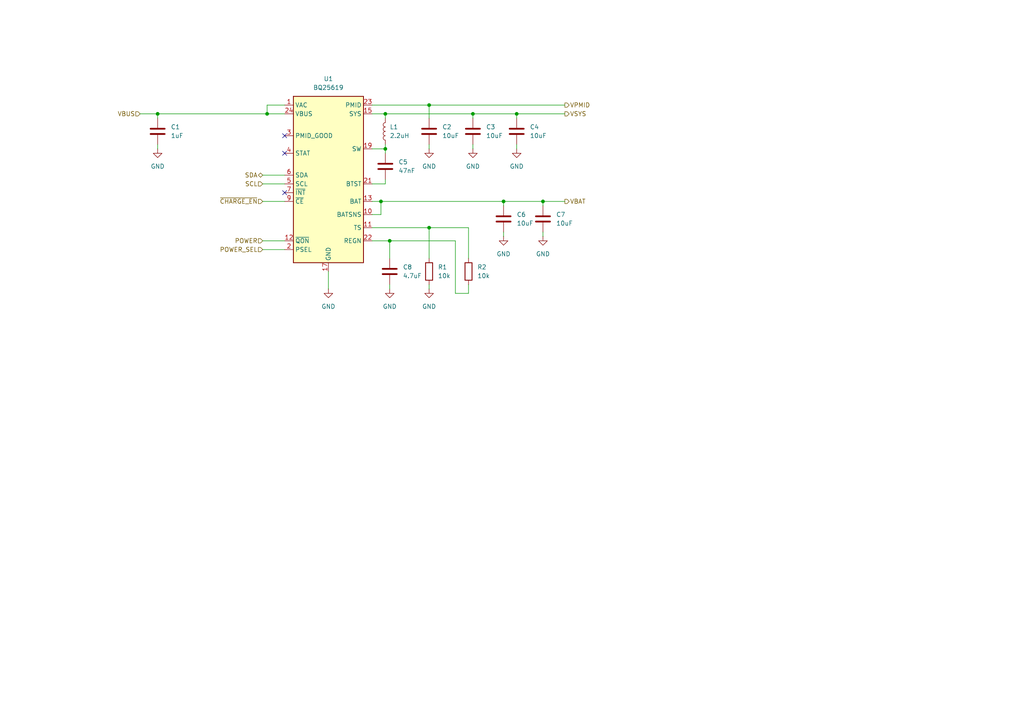
<source format=kicad_sch>
(kicad_sch (version 20231120) (generator "eeschema") (generator_version "8.0")
  (paper "A4")
  (lib_symbols
    (symbol "Device:C" (pin_numbers hide) (pin_names (offset 0.254))
      (property "Reference" "C" (at 0.635 2.54 0))
      (property "Value" "C" (at 0.635 -2.54 0))
      (symbol "C_0_1"
        (polyline (pts (xy -2.032 -0.762) (xy 2.032 -0.762)) (stroke (width 0.508)))
        (polyline (pts (xy -2.032 0.762) (xy 2.032 0.762)) (stroke (width 0.508)))
      )
      (symbol "C_1_1"
        (pin passive line (at 0 3.81 270) (length 2.794) (name "~") (number "1"))
        (pin passive line (at 0 -3.81 90) (length 2.794) (name "~") (number "2"))
      )
    )
    (symbol "Device:L" (pin_numbers hide) (pin_names (offset 1.016) hide)
      (property "Reference" "L" (at -1.27 0 90))
      (property "Value" "L" (at 1.905 0 90))
      (symbol "L_0_1"
        (arc (start 0 -2.54) (mid 0.6323 -1.905) (end 0 -1.27))
        (arc (start 0 -1.27) (mid 0.6323 -0.635) (end 0 0))
        (arc (start 0 0) (mid 0.6323 0.635) (end 0 1.27))
        (arc (start 0 1.27) (mid 0.6323 1.905) (end 0 2.54))
      )
      (symbol "L_1_1"
        (pin passive line (at 0 3.81 270) (length 1.27) (name "1") (number "1"))
        (pin passive line (at 0 -3.81 90) (length 1.27) (name "2") (number "2"))
      )
    )
    (symbol "Device:R" (pin_numbers hide) (pin_names (offset 0))
      (property "Reference" "R" (at 2.032 0 90))
      (property "Value" "R" (at 0 0 90))
      (symbol "R_0_1"
        (rectangle (start -1.016 -2.54) (end 1.016 2.54) (stroke (width 0.254)))
      )
      (symbol "R_1_1"
        (pin passive line (at 0 3.81 270) (length 1.27) (name "~") (number "1"))
        (pin passive line (at 0 -3.81 90) (length 1.27) (name "~") (number "2"))
      )
    )
    (symbol "charge-ic:BQ25619"
      (property "Reference" "U" (at -8.89 26.67 0))
      (property "Value" "BQ25619" (at 6.35 26.67 0))
      (symbol "BQ25619_0_1"
        (rectangle (start -10.16 25.4) (end 10.16 -22.86) (stroke (width 0.254)) (fill (type background)))
      )
      (symbol "BQ25619_1_1"
        (pin input line (at -12.7 22.86 0) (length 2.54) (name "VAC") (number "1"))
        (pin bidirectional line (at 12.7 -8.89 180) (length 2.54) (name "BATSNS") (number "10"))
        (pin passive line (at 12.7 -12.7 180) (length 2.54) (name "TS") (number "11"))
        (pin input line (at -12.7 -16.51 0) (length 2.54) (name "~{QON}") (number "12"))
        (pin power_in line (at 12.7 -5.08 180) (length 2.54) (name "BAT") (number "13"))
        (pin power_in line (at 12.7 -5.08 180) (length 2.54) hide (name "BAT") (number "14"))
        (pin passive line (at 12.7 20.32 180) (length 2.54) (name "SYS") (number "15"))
        (pin passive line (at 12.7 20.32 180) (length 2.54) hide (name "SYS") (number "16"))
        (pin power_in line (at 0 -25.4 90) (length 2.54) (name "GND") (number "17"))
        (pin passive line (at 0 -25.4 90) (length 2.54) hide (name "GND") (number "18"))
        (pin passive line (at 12.7 10.16 180) (length 2.54) (name "SW") (number "19"))
        (pin input line (at -12.7 -19.05 0) (length 2.54) (name "PSEL") (number "2"))
        (pin passive line (at 12.7 10.16 180) (length 2.54) hide (name "SW") (number "20"))
        (pin input line (at 12.7 0 180) (length 2.54) (name "BTST") (number "21"))
        (pin passive line (at 12.7 -16.51 180) (length 2.54) (name "REGN") (number "22"))
        (pin passive line (at 12.7 22.86 180) (length 2.54) (name "PMID") (number "23"))
        (pin power_in line (at -12.7 20.32 0) (length 2.54) (name "VBUS") (number "24"))
        (pin passive line (at 0 -25.4 90) (length 2.54) hide (name "GND") (number "25"))
        (pin open_collector line (at -12.7 13.97 0) (length 2.54) (name "PMID_GOOD") (number "3"))
        (pin open_collector line (at -12.7 8.89 0) (length 2.54) (name "STAT") (number "4"))
        (pin input line (at -12.7 0 0) (length 2.54) (name "SCL") (number "5"))
        (pin bidirectional line (at -12.7 2.54 0) (length 2.54) (name "SDA") (number "6"))
        (pin open_collector line (at -12.7 -2.54 0) (length 2.54) (name "~{INT}") (number "7"))
        (pin input line (at -12.7 -5.08 0) (length 2.54) (name "~{CE}") (number "9"))
      )
    )
    (symbol "power:GND" (power) (pin_numbers hide) (pin_names (offset 0) hide)
      (property "Value" "GND" (at 0 -3.81 0))
      (symbol "GND_0_1"
        (polyline (pts (xy 0 0) (xy 0 -1.27) (xy 1.27 -1.27) (xy 0 -2.54) (xy -1.27 -1.27) (xy 0 -1.27)))
      )
      (symbol "GND_1_1"
        (pin power_in line (at 0 0 270) (length 0) (name "~") (number "1"))
      )
    )
  )
  (junction (at 149.86 33.02))
  (junction (at 113.03 69.85))
  (junction (at 111.76 43.18))
  (junction (at 146.05 58.42))
  (junction (at 45.72 33.02))
  (junction (at 111.76 33.02))
  (junction (at 124.46 66.04))
  (junction (at 77.47 33.02))
  (junction (at 110.49 58.42))
  (junction (at 157.48 58.42))
  (junction (at 137.16 33.02))
  (junction (at 124.46 30.48))
  (no_connect (at 82.55 55.88))
  (no_connect (at 82.55 44.45))
  (no_connect (at 82.55 39.37))
  (wire (pts (xy 111.76 52.07) (xy 111.76 53.34)))
  (wire (pts (xy 132.08 69.85) (xy 132.08 85.09)))
  (wire (pts (xy 113.03 69.85) (xy 132.08 69.85)))
  (wire (pts (xy 95.25 78.74) (xy 95.25 83.82)))
  (wire (pts (xy 77.47 33.02) (xy 82.55 33.02)))
  (wire (pts (xy 157.48 58.42) (xy 163.83 58.42)))
  (wire (pts (xy 124.46 30.48) (xy 124.46 34.29)))
  (wire (pts (xy 149.86 41.91) (xy 149.86 43.18)))
  (wire (pts (xy 82.55 30.48) (xy 77.47 30.48)))
  (wire (pts (xy 124.46 82.55) (xy 124.46 83.82)))
  (wire (pts (xy 110.49 62.23) (xy 110.49 58.42)))
  (wire (pts (xy 111.76 33.02) (xy 137.16 33.02)))
  (wire (pts (xy 157.48 58.42) (xy 157.48 59.69)))
  (wire (pts (xy 146.05 58.42) (xy 146.05 59.69)))
  (wire (pts (xy 124.46 66.04) (xy 124.46 74.93)))
  (wire (pts (xy 113.03 69.85) (xy 113.03 74.93)))
  (wire (pts (xy 76.2 69.85) (xy 82.55 69.85)))
  (wire (pts (xy 77.47 30.48) (xy 77.47 33.02)))
  (wire (pts (xy 107.95 69.85) (xy 113.03 69.85)))
  (wire (pts (xy 135.89 66.04) (xy 135.89 74.93)))
  (wire (pts (xy 124.46 41.91) (xy 124.46 43.18)))
  (wire (pts (xy 111.76 41.91) (xy 111.76 43.18)))
  (wire (pts (xy 76.2 53.34) (xy 82.55 53.34)))
  (wire (pts (xy 107.95 62.23) (xy 110.49 62.23)))
  (wire (pts (xy 45.72 33.02) (xy 45.72 34.29)))
  (wire (pts (xy 113.03 82.55) (xy 113.03 83.82)))
  (wire (pts (xy 76.2 50.8) (xy 82.55 50.8)))
  (wire (pts (xy 111.76 43.18) (xy 111.76 44.45)))
  (wire (pts (xy 107.95 30.48) (xy 124.46 30.48)))
  (wire (pts (xy 149.86 33.02) (xy 149.86 34.29)))
  (wire (pts (xy 137.16 33.02) (xy 149.86 33.02)))
  (wire (pts (xy 135.89 82.55) (xy 135.89 85.09)))
  (wire (pts (xy 110.49 58.42) (xy 146.05 58.42)))
  (wire (pts (xy 137.16 33.02) (xy 137.16 34.29)))
  (wire (pts (xy 124.46 66.04) (xy 135.89 66.04)))
  (wire (pts (xy 146.05 67.31) (xy 146.05 68.58)))
  (wire (pts (xy 76.2 72.39) (xy 82.55 72.39)))
  (wire (pts (xy 45.72 41.91) (xy 45.72 43.18)))
  (wire (pts (xy 124.46 30.48) (xy 163.83 30.48)))
  (wire (pts (xy 107.95 58.42) (xy 110.49 58.42)))
  (wire (pts (xy 107.95 53.34) (xy 111.76 53.34)))
  (wire (pts (xy 135.89 85.09) (xy 132.08 85.09)))
  (wire (pts (xy 76.2 58.42) (xy 82.55 58.42)))
  (wire (pts (xy 107.95 33.02) (xy 111.76 33.02)))
  (wire (pts (xy 107.95 66.04) (xy 124.46 66.04)))
  (wire (pts (xy 157.48 67.31) (xy 157.48 68.58)))
  (wire (pts (xy 111.76 33.02) (xy 111.76 34.29)))
  (wire (pts (xy 146.05 58.42) (xy 157.48 58.42)))
  (wire (pts (xy 149.86 33.02) (xy 163.83 33.02)))
  (wire (pts (xy 137.16 41.91) (xy 137.16 43.18)))
  (wire (pts (xy 40.64 33.02) (xy 45.72 33.02)))
  (wire (pts (xy 45.72 33.02) (xy 77.47 33.02)))
  (wire (pts (xy 107.95 43.18) (xy 111.76 43.18)))
  (hierarchical_label "VBUS" (shape input) (at 40.64 33.02 180))
  (hierarchical_label "SCL" (shape input) (at 76.2 53.34 180))
  (hierarchical_label "VSYS" (shape output) (at 163.83 33.02 0))
  (hierarchical_label "POWER_SEL" (shape input) (at 76.2 72.39 180))
  (hierarchical_label "VBAT" (shape output) (at 163.83 58.42 0))
  (hierarchical_label "POWER" (shape input) (at 76.2 69.85 180))
  (hierarchical_label "~{CHARGE_EN}" (shape input) (at 76.2 58.42 180))
  (hierarchical_label "VPMID" (shape output) (at 163.83 30.48 0))
  (hierarchical_label "SDA" (shape bidirectional) (at 76.2 50.8 180))
  (symbol (lib_id "Device:C") (at 146.05 63.5 0) (unit 1)
    (property "Reference" "C6" (at 149.86 62.2299 0) (effects (justify left)))
    (property "Value" "10uF" (at 149.86 64.7699 0) (effects (justify left)))
    (property "Footprint" "Capacitor_SMD:C_0603_1608Metric" (effects (hide yes)))
    (property "Description" "Unpolarized capacitor" (effects (hide yes)))
  )
  (symbol (lib_id "Device:C") (at 149.86 38.1 0) (unit 1)
    (property "Reference" "C4" (at 153.67 36.8299 0) (effects (justify left)))
    (property "Value" "10uF" (at 153.67 39.3699 0) (effects (justify left)))
    (property "Footprint" "Capacitor_SMD:C_0603_1608Metric" (effects (hide yes)))
    (property "Description" "Unpolarized capacitor" (effects (hide yes)))
  )
  (symbol (lib_id "power:GND") (at 149.86 43.18 0) (unit 1)
    (property "Reference" "#PWR05" (effects (hide yes)))
    (property "Value" "GND" (at 149.86 48.26 0))
    (property "Description" "Power symbol creates a global label with name \"GND\" , ground" (effects (hide yes)))
  )
  (symbol (lib_id "Device:L") (at 111.76 38.1 180) (unit 1)
    (property "Reference" "L1" (at 113.03 36.8299 0) (effects (justify right)))
    (property "Value" "2.2uH" (at 113.03 39.3699 0) (effects (justify right)))
    (property "Footprint" "Inductor_SMD:L_Vishay_IHLP-1616" (effects (hide yes)))
    (property "Description" "Inductor" (effects (hide yes)))
  )
  (symbol (lib_id "power:GND") (at 45.72 43.18 0) (unit 1)
    (property "Reference" "#PWR02" (effects (hide yes)))
    (property "Value" "GND" (at 45.72 48.26 0))
    (property "Description" "Power symbol creates a global label with name \"GND\" , ground" (effects (hide yes)))
  )
  (symbol (lib_id "power:GND") (at 95.25 83.82 0) (unit 1)
    (property "Reference" "#PWR08" (effects (hide yes)))
    (property "Value" "GND" (at 95.25 88.9 0))
    (property "Description" "Power symbol creates a global label with name \"GND\" , ground" (effects (hide yes)))
  )
  (symbol (lib_id "charge-ic:BQ25619") (at 95.25 53.34 0) (unit 1)
    (property "Reference" "U1" (at 95.25 22.86 0))
    (property "Value" "BQ25619" (at 95.25 25.4 0))
    (property "Footprint" "Package_DFN_QFN:WQFN-24-1EP_4x4mm_P0.5mm_EP2.6x2.6mm_ThermalVias" (effects (hide yes)))
    (property "Datasheet" "https://www.ti.com/de/lit/gpn/bq25619" (effects (hide yes)))
    (property "Description" "BQ25618/619 I2C Controlled 1-Cell 1.5A Battery Charger with 20mA Termination and 1A Boost Operation" (effects (hide yes)))
  )
  (symbol (lib_id "power:GND") (at 124.46 43.18 0) (unit 1)
    (property "Reference" "#PWR03" (effects (hide yes)))
    (property "Value" "GND" (at 124.46 48.26 0))
    (property "Description" "Power symbol creates a global label with name \"GND\" , ground" (effects (hide yes)))
  )
  (symbol (lib_id "Device:C") (at 124.46 38.1 0) (unit 1)
    (property "Reference" "C2" (at 128.27 36.8299 0) (effects (justify left)))
    (property "Value" "10uF" (at 128.27 39.3699 0) (effects (justify left)))
    (property "Footprint" "Capacitor_SMD:C_0603_1608Metric" (effects (hide yes)))
    (property "Description" "Unpolarized capacitor" (effects (hide yes)))
  )
  (symbol (lib_id "power:GND") (at 157.48 68.58 0) (unit 1)
    (property "Reference" "#PWR07" (effects (hide yes)))
    (property "Value" "GND" (at 157.48 73.66 0))
    (property "Description" "Power symbol creates a global label with name \"GND\" , ground" (effects (hide yes)))
  )
  (symbol (lib_id "Device:R") (at 135.89 78.74 0) (unit 1)
    (property "Reference" "R2" (at 138.43 77.4699 0) (effects (justify left)))
    (property "Value" "10k" (at 138.43 80.0099 0) (effects (justify left)))
    (property "Footprint" "Resistor_SMD:R_0603_1608Metric" (effects (hide yes)))
    (property "Description" "Resistor" (effects (hide yes)))
  )
  (symbol (lib_id "power:GND") (at 113.03 83.82 0) (unit 1)
    (property "Reference" "#PWR09" (effects (hide yes)))
    (property "Value" "GND" (at 113.03 88.9 0))
    (property "Description" "Power symbol creates a global label with name \"GND\" , ground" (effects (hide yes)))
  )
  (symbol (lib_id "Device:R") (at 124.46 78.74 0) (unit 1)
    (property "Reference" "R1" (at 127 77.4699 0) (effects (justify left)))
    (property "Value" "10k" (at 127 80.0099 0) (effects (justify left)))
    (property "Footprint" "Resistor_SMD:R_0603_1608Metric" (effects (hide yes)))
    (property "Description" "Resistor" (effects (hide yes)))
  )
  (symbol (lib_id "Device:C") (at 137.16 38.1 0) (unit 1)
    (property "Reference" "C3" (at 140.97 36.8299 0) (effects (justify left)))
    (property "Value" "10uF" (at 140.97 39.3699 0) (effects (justify left)))
    (property "Footprint" "Capacitor_SMD:C_0603_1608Metric" (effects (hide yes)))
    (property "Description" "Unpolarized capacitor" (effects (hide yes)))
  )
  (symbol (lib_id "Device:C") (at 45.72 38.1 0) (unit 1)
    (property "Reference" "C1" (at 49.53 36.8299 0) (effects (justify left)))
    (property "Value" "1uF" (at 49.53 39.3699 0) (effects (justify left)))
    (property "Footprint" "Capacitor_SMD:C_0603_1608Metric" (effects (hide yes)))
    (property "Description" "Unpolarized capacitor" (effects (hide yes)))
  )
  (symbol (lib_id "Device:C") (at 157.48 63.5 0) (unit 1)
    (property "Reference" "C7" (at 161.29 62.2299 0) (effects (justify left)))
    (property "Value" "10uF" (at 161.29 64.7699 0) (effects (justify left)))
    (property "Footprint" "Capacitor_SMD:C_0603_1608Metric" (effects (hide yes)))
    (property "Description" "Unpolarized capacitor" (effects (hide yes)))
  )
  (symbol (lib_id "Device:C") (at 113.03 78.74 0) (unit 1)
    (property "Reference" "C8" (at 116.84 77.4699 0) (effects (justify left)))
    (property "Value" "4.7uF" (at 116.84 80.0099 0) (effects (justify left)))
    (property "Footprint" "Capacitor_SMD:C_0603_1608Metric" (effects (hide yes)))
    (property "Description" "Unpolarized capacitor" (effects (hide yes)))
  )
  (symbol (lib_id "power:GND") (at 124.46 83.82 0) (unit 1)
    (property "Reference" "#PWR010" (effects (hide yes)))
    (property "Value" "GND" (at 124.46 88.9 0))
    (property "Description" "Power symbol creates a global label with name \"GND\" , ground" (effects (hide yes)))
  )
  (symbol (lib_id "power:GND") (at 146.05 68.58 0) (unit 1)
    (property "Reference" "#PWR06" (effects (hide yes)))
    (property "Value" "GND" (at 146.05 73.66 0))
    (property "Description" "Power symbol creates a global label with name \"GND\" , ground" (effects (hide yes)))
  )
  (symbol (lib_id "Device:C") (at 111.76 48.26 0) (unit 1)
    (property "Reference" "C5" (at 115.57 46.9899 0) (effects (justify left)))
    (property "Value" "47nF" (at 115.57 49.5299 0) (effects (justify left)))
    (property "Footprint" "Capacitor_SMD:C_0603_1608Metric" (effects (hide yes)))
    (property "Description" "Unpolarized capacitor" (effects (hide yes)))
  )
  (symbol (lib_id "power:GND") (at 137.16 43.18 0) (unit 1)
    (property "Reference" "#PWR04" (effects (hide yes)))
    (property "Value" "GND" (at 137.16 48.26 0))
    (property "Description" "Power symbol creates a global label with name \"GND\" , ground" (effects (hide yes)))
  )
)
</source>
